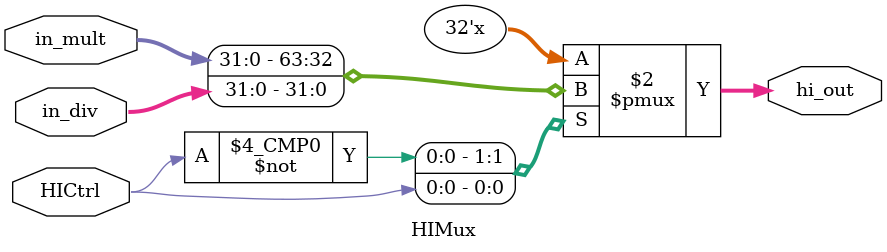
<source format=v>
module HIMux (HICtrl, in_mult, in_div, hi_out);

input HICtrl;
input [31:0] in_mult;
input [31:0] in_div;
output reg [31:0] hi_out;

always @(HICtrl) begin
	
	case (HICtrl)
		0: hi_out <= in_mult;
		1: hi_out <= in_div;
	endcase
end
endmodule
</source>
